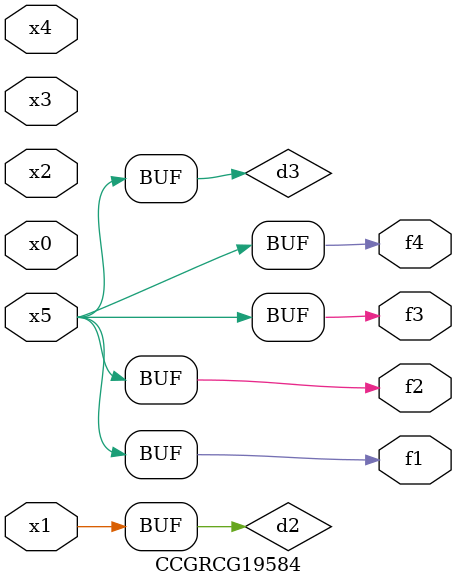
<source format=v>
module CCGRCG19584(
	input x0, x1, x2, x3, x4, x5,
	output f1, f2, f3, f4
);

	wire d1, d2, d3;

	not (d1, x5);
	or (d2, x1);
	xnor (d3, d1);
	assign f1 = d3;
	assign f2 = d3;
	assign f3 = d3;
	assign f4 = d3;
endmodule

</source>
